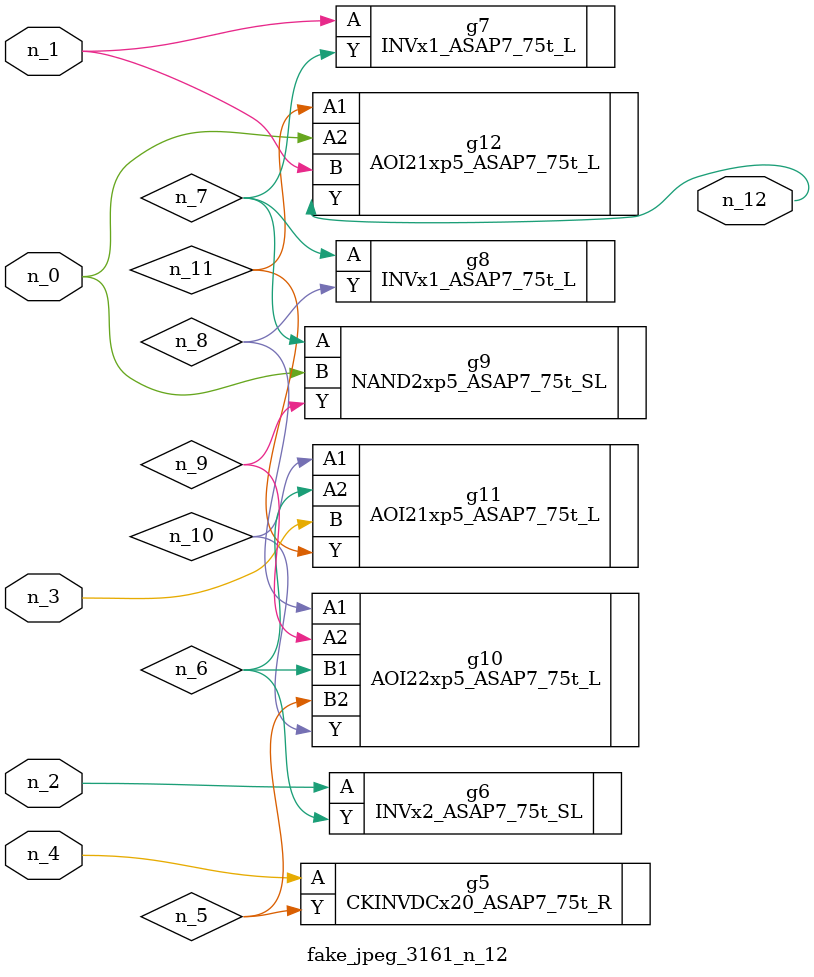
<source format=v>
module fake_jpeg_3161_n_12 (n_3, n_2, n_1, n_0, n_4, n_12);

input n_3;
input n_2;
input n_1;
input n_0;
input n_4;

output n_12;

wire n_11;
wire n_10;
wire n_8;
wire n_9;
wire n_6;
wire n_5;
wire n_7;

CKINVDCx20_ASAP7_75t_R g5 ( 
.A(n_4),
.Y(n_5)
);

INVx2_ASAP7_75t_SL g6 ( 
.A(n_2),
.Y(n_6)
);

INVx1_ASAP7_75t_L g7 ( 
.A(n_1),
.Y(n_7)
);

INVx1_ASAP7_75t_L g8 ( 
.A(n_7),
.Y(n_8)
);

AOI22xp5_ASAP7_75t_L g10 ( 
.A1(n_8),
.A2(n_9),
.B1(n_6),
.B2(n_5),
.Y(n_10)
);

NAND2xp5_ASAP7_75t_SL g9 ( 
.A(n_7),
.B(n_0),
.Y(n_9)
);

AOI21xp5_ASAP7_75t_L g11 ( 
.A1(n_10),
.A2(n_6),
.B(n_3),
.Y(n_11)
);

AOI21xp5_ASAP7_75t_L g12 ( 
.A1(n_11),
.A2(n_0),
.B(n_1),
.Y(n_12)
);


endmodule
</source>
